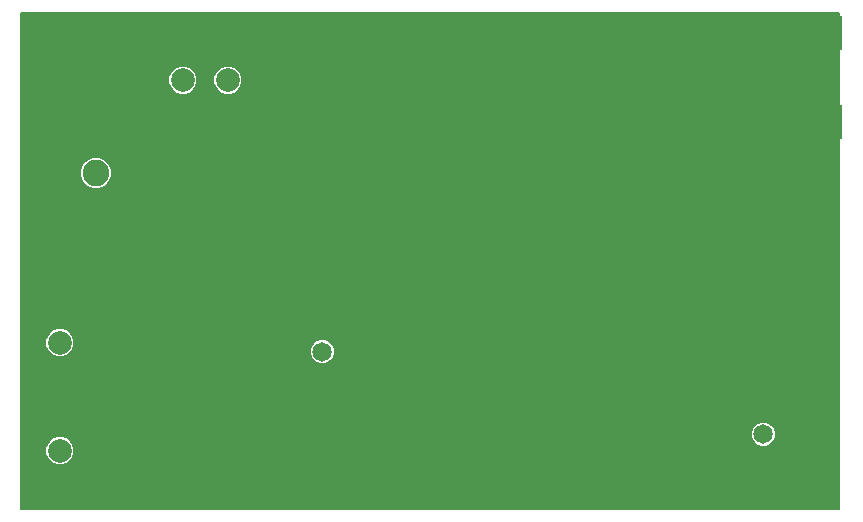
<source format=gbl>
G04 #@! TF.GenerationSoftware,KiCad,Pcbnew,5.0.2-bee76a0~70~ubuntu16.04.1*
G04 #@! TF.CreationDate,2019-02-24T18:58:32-05:00*
G04 #@! TF.ProjectId,chain_v03,63686169-6e5f-4763-9033-2e6b69636164,rev?*
G04 #@! TF.SameCoordinates,Original*
G04 #@! TF.FileFunction,Copper,L2,Bot*
G04 #@! TF.FilePolarity,Positive*
%FSLAX46Y46*%
G04 Gerber Fmt 4.6, Leading zero omitted, Abs format (unit mm)*
G04 Created by KiCad (PCBNEW 5.0.2-bee76a0~70~ubuntu16.04.1) date Sun 24 Feb 2019 06:58:32 PM EST*
%MOMM*%
%LPD*%
G01*
G04 APERTURE LIST*
G04 #@! TA.AperFunction,SMDPad,CuDef*
%ADD10R,5.000000X3.000000*%
G04 #@! TD*
G04 #@! TA.AperFunction,ComponentPad*
%ADD11C,0.600000*%
G04 #@! TD*
G04 #@! TA.AperFunction,ComponentPad*
%ADD12C,1.650000*%
G04 #@! TD*
G04 #@! TA.AperFunction,ComponentPad*
%ADD13C,2.400000*%
G04 #@! TD*
G04 #@! TA.AperFunction,ComponentPad*
%ADD14C,2.250000*%
G04 #@! TD*
G04 #@! TA.AperFunction,ComponentPad*
%ADD15C,1.998980*%
G04 #@! TD*
G04 #@! TA.AperFunction,ViaPad*
%ADD16C,0.685800*%
G04 #@! TD*
G04 #@! TA.AperFunction,Conductor*
%ADD17C,0.457200*%
G04 #@! TD*
G04 #@! TA.AperFunction,Conductor*
%ADD18C,0.152400*%
G04 #@! TD*
G04 APERTURE END LIST*
D10*
G04 #@! TO.P,LO1 Test,4*
G04 #@! TO.N,GND*
X107950000Y-66735000D03*
G04 #@! TO.P,LO1 Test,5*
X107950000Y-74235000D03*
G04 #@! TD*
D11*
G04 #@! TO.P,U12,S2*
G04 #@! TO.N,GND*
X75057000Y-93726000D03*
G04 #@! TO.P,U12,S1*
X75057000Y-94876000D03*
G04 #@! TO.P,U12,S3*
X75057000Y-92576000D03*
G04 #@! TD*
D12*
G04 #@! TO.P,J7,1*
G04 #@! TO.N,Net-(J7-Pad1)*
X103759000Y-100711000D03*
D13*
G04 #@! TO.P,J7,2*
G04 #@! TO.N,GND*
X100629000Y-97581000D03*
G04 #@! TO.P,J7,3*
X106889000Y-97581000D03*
G04 #@! TO.P,J7,4*
X106889000Y-103841000D03*
G04 #@! TO.P,J7,5*
X100629000Y-103841000D03*
G04 #@! TD*
G04 #@! TO.P,J11,5*
G04 #@! TO.N,GND*
X63291000Y-96856000D03*
G04 #@! TO.P,J11,4*
X69551000Y-96856000D03*
G04 #@! TO.P,J11,3*
X69551000Y-90596000D03*
G04 #@! TO.P,J11,2*
X63291000Y-90596000D03*
D12*
G04 #@! TO.P,J11,1*
G04 #@! TO.N,Net-(J11-Pad1)*
X66421000Y-93726000D03*
G04 #@! TD*
D14*
G04 #@! TO.P,U14,1*
G04 #@! TO.N,Net-(U14-Pad1)*
X47244000Y-78613000D03*
D13*
G04 #@! TO.P,U14,2*
G04 #@! TO.N,GND*
X49784000Y-76073000D03*
G04 #@! TO.P,U14,3*
X49784000Y-81153000D03*
G04 #@! TO.P,U14,5*
X44704000Y-81153000D03*
G04 #@! TO.P,U14,4*
X44704000Y-76073000D03*
G04 #@! TD*
D15*
G04 #@! TO.P,V2,1*
G04 #@! TO.N,Net-(J2-Pad1)*
X54610000Y-70739000D03*
G04 #@! TD*
G04 #@! TO.P,V1,1*
G04 #@! TO.N,Net-(J3-Pad1)*
X58420000Y-70739000D03*
G04 #@! TD*
G04 #@! TO.P,Vctrl,1*
G04 #@! TO.N,Net-(J5-Pad1)*
X44196000Y-102108000D03*
G04 #@! TD*
G04 #@! TO.P,Vin,1*
G04 #@! TO.N,Net-(C19-Pad2)*
X44196000Y-92964000D03*
G04 #@! TD*
G04 #@! TO.P,GND,1*
G04 #@! TO.N,GND*
X44196000Y-97536000D03*
G04 #@! TD*
D16*
G04 #@! TO.N,GND*
X109220000Y-73660000D03*
X106680000Y-74930000D03*
X106680000Y-66040000D03*
X109347000Y-67437000D03*
X108077000Y-67437000D03*
X106680000Y-67437000D03*
X106680000Y-73660000D03*
X107950000Y-73660000D03*
X92075000Y-80772000D03*
X93345000Y-80772000D03*
X93345000Y-79502000D03*
X92075000Y-79502000D03*
X92049600Y-94335600D03*
X93345000Y-94361000D03*
X93268800Y-93116400D03*
X92049600Y-93116400D03*
X92049600Y-94335600D03*
X92049600Y-94335600D03*
X60452000Y-100838000D03*
X61468000Y-101092000D03*
X62484000Y-101092000D03*
X63500000Y-101092000D03*
X64516000Y-101092000D03*
X65532000Y-101092000D03*
X66548000Y-101092000D03*
X67564000Y-101092000D03*
X68580000Y-101092000D03*
X69596000Y-101092000D03*
X70612000Y-101092000D03*
X71628000Y-101092000D03*
X72644000Y-101092000D03*
X73660000Y-101092000D03*
X74676000Y-101092000D03*
X75692000Y-101092000D03*
X76708000Y-101092000D03*
X77724000Y-101092000D03*
X78740000Y-101092000D03*
X79756000Y-101092000D03*
X80772000Y-101092000D03*
X81788000Y-101092000D03*
X82804000Y-101092000D03*
X83820000Y-101092000D03*
X84836000Y-101092000D03*
X85852000Y-101092000D03*
X87884000Y-101092000D03*
X88900000Y-101092000D03*
X89916000Y-100838000D03*
X90678000Y-100076000D03*
X91694000Y-99060000D03*
X91948000Y-98298000D03*
X92964000Y-101092000D03*
X93472000Y-100330000D03*
X93980000Y-99568000D03*
X94284800Y-98602800D03*
X94284800Y-97637600D03*
X93980000Y-96774000D03*
X91186000Y-96520000D03*
X88646000Y-95250000D03*
X88392000Y-96266000D03*
X88392000Y-97282000D03*
X86360000Y-98552000D03*
X87630000Y-99822000D03*
X89001600Y-98552000D03*
X89916000Y-92202000D03*
X89154000Y-91440000D03*
X88646000Y-93218000D03*
X87884000Y-92456000D03*
X86868000Y-92456000D03*
X87630000Y-93472000D03*
X86868000Y-93980000D03*
X85598000Y-93980000D03*
X85598000Y-93218000D03*
X83820000Y-92964000D03*
X83820000Y-93980000D03*
X84074000Y-91440000D03*
X83058000Y-91440000D03*
X84582000Y-90678000D03*
X85344000Y-89916000D03*
X86360000Y-89916000D03*
X86868000Y-90678000D03*
X85852000Y-90932000D03*
X101854000Y-93218000D03*
X101092000Y-93980000D03*
X100076000Y-94488000D03*
X100330000Y-91440000D03*
X99568000Y-92202000D03*
X102616000Y-93726000D03*
X102616000Y-94742000D03*
X102616000Y-95758000D03*
X102616000Y-96774000D03*
X102616000Y-97790000D03*
X102616000Y-98806000D03*
X94234000Y-101092000D03*
X95250000Y-101092000D03*
X96266000Y-101092000D03*
X97282000Y-100838000D03*
X98044000Y-100076000D03*
X99060000Y-99568000D03*
X100076000Y-99568000D03*
X101346000Y-99568000D03*
X102362000Y-99568000D03*
X57912000Y-101600000D03*
X58420000Y-102362000D03*
X59182000Y-103124000D03*
X60198000Y-103378000D03*
X61214000Y-103378000D03*
X62230000Y-103378000D03*
X63246000Y-103378000D03*
X64262000Y-103378000D03*
X65278000Y-103378000D03*
X66294000Y-103378000D03*
X67310000Y-103378000D03*
X68326000Y-103378000D03*
X69342000Y-103378000D03*
X70358000Y-103378000D03*
X71374000Y-103378000D03*
X72390000Y-103378000D03*
X73406000Y-103378000D03*
X74422000Y-103378000D03*
X75438000Y-103378000D03*
X76454000Y-103378000D03*
X77470000Y-103378000D03*
X78486000Y-103378000D03*
X79502000Y-103378000D03*
X80518000Y-103378000D03*
X81534000Y-103378000D03*
X82550000Y-103378000D03*
X83566000Y-103378000D03*
X84582000Y-103378000D03*
X85598000Y-103378000D03*
X86614000Y-103378000D03*
X87630000Y-103378000D03*
X88646000Y-103378000D03*
X89662000Y-103378000D03*
X90678000Y-103378000D03*
X91694000Y-103378000D03*
X92710000Y-103378000D03*
X93726000Y-103378000D03*
X94742000Y-103378000D03*
X95758000Y-103378000D03*
X96774000Y-103378000D03*
X97790000Y-103378000D03*
X98552000Y-102870000D03*
X99314000Y-102108000D03*
X100330000Y-101854000D03*
X101346000Y-101854000D03*
X102616000Y-101854000D03*
X104648000Y-99568000D03*
X104648000Y-98552000D03*
X104648000Y-97536000D03*
X104648000Y-96520000D03*
X104648000Y-95504000D03*
X104648000Y-94488000D03*
X104648000Y-93472000D03*
X104902000Y-92456000D03*
X104902000Y-91440000D03*
X104902000Y-90424000D03*
X104902000Y-89408000D03*
X104902000Y-88392000D03*
X104902000Y-87376000D03*
X105156000Y-86360000D03*
X105410000Y-85344000D03*
X104902000Y-84328000D03*
X104902000Y-83312000D03*
X104902000Y-82296000D03*
X105105200Y-81330800D03*
X104648000Y-80264000D03*
X103886000Y-79502000D03*
X103124000Y-78994000D03*
X102108000Y-78994000D03*
X101092000Y-78994000D03*
X100584000Y-78232000D03*
X99872800Y-77165200D03*
X98755200Y-76809600D03*
X97790000Y-76454000D03*
X96520000Y-75184000D03*
X97282000Y-78232000D03*
X96520000Y-78994000D03*
X94742000Y-77216000D03*
X93319600Y-76250800D03*
X91440000Y-77216000D03*
X90982800Y-76403200D03*
X91033600Y-75133200D03*
X91186000Y-74168000D03*
X91186000Y-73152000D03*
X93472000Y-73152000D03*
X93472000Y-74168000D03*
X93421200Y-74980800D03*
X102616000Y-89154000D03*
X102616000Y-88138000D03*
X102616000Y-87122000D03*
X102108000Y-86360000D03*
X101854000Y-85344000D03*
X102108000Y-84328000D03*
X102616000Y-83566000D03*
X102616000Y-82550000D03*
X102412800Y-81584800D03*
X101600000Y-81280000D03*
X100584000Y-81280000D03*
X100584000Y-82296000D03*
X99974400Y-83108800D03*
X99822000Y-84074000D03*
X100025200Y-84988400D03*
X100076000Y-86106000D03*
X98806000Y-87122000D03*
X97536000Y-86106000D03*
X97790000Y-84836000D03*
X96774000Y-84836000D03*
X95758000Y-84582000D03*
X95097600Y-83566000D03*
X95504000Y-82550000D03*
X85090000Y-87223600D03*
X83972400Y-87833200D03*
X86055200Y-87731600D03*
X83820000Y-89154000D03*
X82804000Y-89408000D03*
X82804000Y-93218000D03*
X81788000Y-93726000D03*
X81026000Y-94488000D03*
X80010000Y-94742000D03*
X78994000Y-94742000D03*
X77978000Y-94742000D03*
X76962000Y-94742000D03*
X76708000Y-92710000D03*
X77724000Y-92710000D03*
X78740000Y-92608400D03*
X79756000Y-92456000D03*
X80772000Y-91694000D03*
X80772000Y-90678000D03*
X80772000Y-89408000D03*
X81788000Y-89154000D03*
X92710000Y-85852000D03*
X93980000Y-84836000D03*
X91440000Y-85090000D03*
X90220800Y-82753200D03*
X87630000Y-83566000D03*
X88138000Y-84836000D03*
X85344000Y-84734400D03*
X86360000Y-83820000D03*
X83921600Y-83210400D03*
X80264000Y-80264000D03*
X78994000Y-81280000D03*
X76454000Y-81280000D03*
X75184000Y-80264000D03*
X75184000Y-77978000D03*
X76708000Y-76962000D03*
X78994000Y-76962000D03*
X81280000Y-74930000D03*
X80010000Y-76962000D03*
X78994000Y-75184000D03*
X80010000Y-73152000D03*
X91186000Y-72136000D03*
X93472000Y-72136000D03*
X91186000Y-71120000D03*
X90424000Y-70612000D03*
X89662000Y-69850000D03*
X89154000Y-69088000D03*
X88392000Y-68580000D03*
X87376000Y-68326000D03*
X86360000Y-68326000D03*
X85344000Y-68326000D03*
X84328000Y-68326000D03*
X83312000Y-68326000D03*
X82296000Y-68326000D03*
X81280000Y-68326000D03*
X81280000Y-66040000D03*
X82296000Y-66040000D03*
X83312000Y-66040000D03*
X84328000Y-66040000D03*
X85344000Y-66040000D03*
X86360000Y-66040000D03*
X87376000Y-66040000D03*
X88392000Y-66040000D03*
X89408000Y-66294000D03*
X90170000Y-67056000D03*
X90932000Y-67818000D03*
X91694000Y-68580000D03*
X92456000Y-69088000D03*
X93472000Y-69088000D03*
X94488000Y-69088000D03*
X95504000Y-69342000D03*
X96520000Y-69342000D03*
X97536000Y-69342000D03*
X98552000Y-69342000D03*
X99568000Y-69342000D03*
X100584000Y-69342000D03*
X101600000Y-69342000D03*
X102616000Y-69342000D03*
X103632000Y-69342000D03*
X104648000Y-69342000D03*
X104648000Y-71628000D03*
X103632000Y-71628000D03*
X102362000Y-71628000D03*
X101346000Y-71628000D03*
X100330000Y-71628000D03*
X99314000Y-71628000D03*
X98298000Y-71628000D03*
X97282000Y-71628000D03*
X96266000Y-71628000D03*
X95250000Y-71628000D03*
X94234000Y-71628000D03*
X107950000Y-74930000D03*
X104902000Y-73406000D03*
X104902000Y-67564000D03*
X109347000Y-66040000D03*
X89916000Y-78486000D03*
X87884000Y-78232000D03*
X85344000Y-80264000D03*
X81534000Y-80264000D03*
X84836000Y-81280000D03*
X84074000Y-82042000D03*
X86868000Y-77774800D03*
X85852000Y-77978000D03*
X84836000Y-77978000D03*
X81788000Y-77978000D03*
X80772000Y-77978000D03*
X71120000Y-80264000D03*
X71120000Y-77978000D03*
X70104000Y-77978000D03*
X69088000Y-77825600D03*
X68072000Y-78232000D03*
X67310000Y-77978000D03*
X68580000Y-80772000D03*
X64008000Y-81026000D03*
X65278000Y-81280000D03*
X66548000Y-81280000D03*
X62992000Y-78232000D03*
X60706000Y-80264000D03*
X60960000Y-81280000D03*
X60198000Y-81788000D03*
X61214000Y-84074000D03*
X62230000Y-84074000D03*
X63246000Y-83820000D03*
X61976000Y-77978000D03*
X60960000Y-77978000D03*
X59944000Y-77978000D03*
X58928000Y-77978000D03*
X57912000Y-77978000D03*
X56896000Y-77978000D03*
X56642000Y-80264000D03*
X57658000Y-80264000D03*
X58674000Y-80264000D03*
X59690000Y-80264000D03*
X54864000Y-80518000D03*
X52832000Y-77470000D03*
X51816000Y-77470000D03*
X52832000Y-79756000D03*
X51816000Y-79756000D03*
X48514000Y-100076000D03*
X50292000Y-99060000D03*
X48768000Y-98806000D03*
X43942000Y-86868000D03*
X43180000Y-85852000D03*
X43180000Y-84836000D03*
X46228000Y-86868000D03*
X54102000Y-89154000D03*
X53086000Y-87884000D03*
X53086000Y-90170000D03*
X69088000Y-83058000D03*
X67818000Y-84074000D03*
X54102000Y-84582000D03*
X53086000Y-83566000D03*
X54102000Y-83566000D03*
X87884000Y-76454000D03*
X88900000Y-75438000D03*
X89916000Y-76454000D03*
X97231200Y-88798400D03*
X95859600Y-87985600D03*
X94538800Y-88849200D03*
X90424000Y-89916000D03*
X90932000Y-91186000D03*
X90678000Y-88900000D03*
X95656400Y-95402400D03*
X97536000Y-96520000D03*
X97028000Y-97282000D03*
X99568000Y-95504000D03*
X98552000Y-96520000D03*
X96774000Y-92456000D03*
X97536000Y-89916000D03*
X94996000Y-90678000D03*
X94996000Y-91694000D03*
X78994000Y-90170000D03*
X77774800Y-91287600D03*
X78994000Y-89154000D03*
X81280000Y-87884000D03*
X82600800Y-86918800D03*
X79908400Y-87020400D03*
X73914000Y-87172800D03*
X75641200Y-87985600D03*
X76200000Y-86868000D03*
X58674000Y-83820000D03*
X64516000Y-70612000D03*
X65532000Y-70612000D03*
X66548000Y-70612000D03*
X67564000Y-70612000D03*
X67056000Y-71374000D03*
X66294000Y-71882000D03*
X65532000Y-72390000D03*
X65532000Y-73406000D03*
X64770000Y-72898000D03*
X67056000Y-74422000D03*
X66294000Y-73914000D03*
X67564000Y-75184000D03*
X66548000Y-75184000D03*
X65532000Y-75184000D03*
X64516000Y-75184000D03*
X84582000Y-71882000D03*
X86106000Y-71882000D03*
X84582000Y-73406000D03*
X86106000Y-73406000D03*
X100838000Y-74676000D03*
X107696000Y-78486000D03*
X107950000Y-84328000D03*
X109220000Y-90805000D03*
X109220000Y-100965000D03*
X93421200Y-106045000D03*
X87122000Y-106045000D03*
X78740000Y-106045000D03*
X71628000Y-106045000D03*
X64516000Y-106045000D03*
X57912000Y-106045000D03*
X51435000Y-106045000D03*
X45085000Y-106045000D03*
X75692000Y-98298000D03*
X79756000Y-98552000D03*
X83312000Y-98044000D03*
X66040000Y-87884000D03*
X69850000Y-86868000D03*
X73406000Y-83058000D03*
X76708000Y-82804000D03*
X81026000Y-82296000D03*
X77978000Y-71120000D03*
X73914000Y-71374000D03*
X70866000Y-72136000D03*
X60706000Y-73914000D03*
X44450000Y-67056000D03*
X48514000Y-72644000D03*
X50546000Y-71120000D03*
X58420000Y-87884000D03*
X56134000Y-90424000D03*
X47498000Y-90170000D03*
X50292000Y-90424000D03*
X46482000Y-95250000D03*
X48006000Y-97028000D03*
X46228000Y-100076000D03*
X42164000Y-100330000D03*
X42164000Y-95758000D03*
X41910000Y-90932000D03*
X66294000Y-99314000D03*
X73855580Y-92618560D03*
X74015600Y-94909640D03*
X72925940Y-94932500D03*
X72788780Y-92618560D03*
X71721980Y-92595700D03*
X70678040Y-92572840D03*
X69522340Y-92572840D03*
X68409820Y-92572840D03*
X71790560Y-94955360D03*
X70792340Y-95021400D03*
X69634100Y-94932500D03*
X68546980Y-94932500D03*
X67591940Y-95044260D03*
X67343020Y-92458540D03*
X41910000Y-66040000D03*
X41910000Y-67310000D03*
X41910000Y-68580000D03*
X41910000Y-69850000D03*
X41910000Y-71120000D03*
X41910000Y-72390000D03*
X41910000Y-84455000D03*
X41910000Y-85725000D03*
X41910000Y-86995000D03*
X41910000Y-88265000D03*
X41910000Y-89535000D03*
X41910000Y-92075000D03*
X41910000Y-93345000D03*
X41910000Y-94615000D03*
X41910000Y-97155000D03*
X41910000Y-98425000D03*
X41910000Y-101600000D03*
X41910000Y-102870000D03*
X41910000Y-104140000D03*
X41910000Y-105410000D03*
X42545000Y-106045000D03*
X43815000Y-106045000D03*
X46355000Y-106045000D03*
X46355000Y-106045000D03*
X46355000Y-106045000D03*
X47625000Y-106045000D03*
X48895000Y-106045000D03*
X50165000Y-106045000D03*
X52705000Y-106045000D03*
X53975000Y-106045000D03*
X55245000Y-106045000D03*
X56515000Y-106045000D03*
X59055000Y-106045000D03*
X60325000Y-106045000D03*
X61595000Y-106045000D03*
X62865000Y-106045000D03*
X66040000Y-106045000D03*
X67310000Y-106045000D03*
X68580000Y-106045000D03*
X69850000Y-106045000D03*
X73025000Y-106045000D03*
X74295000Y-106045000D03*
X75565000Y-106045000D03*
X76835000Y-106045000D03*
X80010000Y-106045000D03*
X81280000Y-106045000D03*
X82550000Y-106045000D03*
X83820000Y-106045000D03*
X85090000Y-106045000D03*
X88900000Y-106045000D03*
X90170000Y-106045000D03*
X92075000Y-106045000D03*
X94615000Y-106045000D03*
X95885000Y-106045000D03*
X97155000Y-106045000D03*
X98425000Y-106045000D03*
X100330000Y-106045000D03*
X102235000Y-106045000D03*
X103505000Y-106045000D03*
X105410000Y-106045000D03*
X107315000Y-106045000D03*
X108585000Y-106045000D03*
X109220000Y-103505000D03*
X109220000Y-102235000D03*
X109220000Y-99695000D03*
X109220000Y-98425000D03*
X109220000Y-97155000D03*
X109220000Y-95885000D03*
X109220000Y-94615000D03*
X109220000Y-93345000D03*
X109220000Y-92075000D03*
X109220000Y-89535000D03*
X107315000Y-88265000D03*
X109220000Y-87630000D03*
X109220000Y-86360000D03*
X109220000Y-86360000D03*
X109220000Y-86360000D03*
X109220000Y-83820000D03*
X109220000Y-85090000D03*
X109220000Y-82550000D03*
X109220000Y-81280000D03*
X109220000Y-80010000D03*
X109220000Y-78740000D03*
X109220000Y-77470000D03*
X109220000Y-76200000D03*
X109220000Y-74930000D03*
X102743000Y-73660000D03*
X101854000Y-75692000D03*
X108077000Y-66040000D03*
X104902000Y-66040000D03*
X103505000Y-66040000D03*
X102235000Y-66040000D03*
X100965000Y-66040000D03*
X99695000Y-66040000D03*
X98425000Y-66040000D03*
X96520000Y-66040000D03*
X94615000Y-66040000D03*
X93345000Y-66040000D03*
X91440000Y-66040000D03*
X59690000Y-74930000D03*
X61595000Y-74930000D03*
X43180000Y-66040000D03*
X44450000Y-66040000D03*
X45720000Y-66040000D03*
X46990000Y-66040000D03*
X48260000Y-66040000D03*
X50800000Y-73025000D03*
X71120000Y-74930000D03*
X71120000Y-69850000D03*
X62230000Y-70485000D03*
X56515000Y-82550000D03*
X53340000Y-81915000D03*
X56515000Y-88265000D03*
X54610000Y-92075000D03*
X60960000Y-92710000D03*
X55880000Y-103505000D03*
X107315000Y-92710000D03*
X105410000Y-76835000D03*
X103505000Y-75565000D03*
X98425000Y-73660000D03*
X107315000Y-81280000D03*
X107315000Y-90170000D03*
X97282000Y-82296000D03*
X98044000Y-83058000D03*
X97282000Y-81280000D03*
X98298000Y-81280000D03*
X86995000Y-100965000D03*
G04 #@! TD*
D17*
G04 #@! TO.N,GND*
X69551000Y-90596000D02*
X69551000Y-90469000D01*
G04 #@! TD*
D18*
G04 #@! TO.N,GND*
G36*
X110186401Y-107011400D02*
X40943600Y-107011400D01*
X40943600Y-101863718D01*
X42967910Y-101863718D01*
X42967910Y-102352282D01*
X43154875Y-102803657D01*
X43500343Y-103149125D01*
X43951718Y-103336090D01*
X44440282Y-103336090D01*
X44891657Y-103149125D01*
X45237125Y-102803657D01*
X45424090Y-102352282D01*
X45424090Y-101863718D01*
X45237125Y-101412343D01*
X44891657Y-101066875D01*
X44440282Y-100879910D01*
X43951718Y-100879910D01*
X43500343Y-101066875D01*
X43154875Y-101412343D01*
X42967910Y-101863718D01*
X40943600Y-101863718D01*
X40943600Y-100501426D01*
X102705400Y-100501426D01*
X102705400Y-100920574D01*
X102865801Y-101307816D01*
X103162184Y-101604199D01*
X103549426Y-101764600D01*
X103968574Y-101764600D01*
X104355816Y-101604199D01*
X104652199Y-101307816D01*
X104812600Y-100920574D01*
X104812600Y-100501426D01*
X104652199Y-100114184D01*
X104355816Y-99817801D01*
X103968574Y-99657400D01*
X103549426Y-99657400D01*
X103162184Y-99817801D01*
X102865801Y-100114184D01*
X102705400Y-100501426D01*
X40943600Y-100501426D01*
X40943600Y-92719718D01*
X42967910Y-92719718D01*
X42967910Y-93208282D01*
X43154875Y-93659657D01*
X43500343Y-94005125D01*
X43951718Y-94192090D01*
X44440282Y-94192090D01*
X44891657Y-94005125D01*
X45237125Y-93659657D01*
X45296453Y-93516426D01*
X65367400Y-93516426D01*
X65367400Y-93935574D01*
X65527801Y-94322816D01*
X65824184Y-94619199D01*
X66211426Y-94779600D01*
X66630574Y-94779600D01*
X67017816Y-94619199D01*
X67314199Y-94322816D01*
X67474600Y-93935574D01*
X67474600Y-93516426D01*
X67314199Y-93129184D01*
X67017816Y-92832801D01*
X66630574Y-92672400D01*
X66211426Y-92672400D01*
X65824184Y-92832801D01*
X65527801Y-93129184D01*
X65367400Y-93516426D01*
X45296453Y-93516426D01*
X45424090Y-93208282D01*
X45424090Y-92719718D01*
X45237125Y-92268343D01*
X44891657Y-91922875D01*
X44440282Y-91735910D01*
X43951718Y-91735910D01*
X43500343Y-91922875D01*
X43154875Y-92268343D01*
X42967910Y-92719718D01*
X40943600Y-92719718D01*
X40943600Y-78343752D01*
X45890400Y-78343752D01*
X45890400Y-78882248D01*
X46096473Y-79379753D01*
X46477247Y-79760527D01*
X46974752Y-79966600D01*
X47513248Y-79966600D01*
X48010753Y-79760527D01*
X48391527Y-79379753D01*
X48597600Y-78882248D01*
X48597600Y-78343752D01*
X48391527Y-77846247D01*
X48010753Y-77465473D01*
X47513248Y-77259400D01*
X46974752Y-77259400D01*
X46477247Y-77465473D01*
X46096473Y-77846247D01*
X45890400Y-78343752D01*
X40943600Y-78343752D01*
X40943600Y-70494718D01*
X53381910Y-70494718D01*
X53381910Y-70983282D01*
X53568875Y-71434657D01*
X53914343Y-71780125D01*
X54365718Y-71967090D01*
X54854282Y-71967090D01*
X55305657Y-71780125D01*
X55651125Y-71434657D01*
X55838090Y-70983282D01*
X55838090Y-70494718D01*
X57191910Y-70494718D01*
X57191910Y-70983282D01*
X57378875Y-71434657D01*
X57724343Y-71780125D01*
X58175718Y-71967090D01*
X58664282Y-71967090D01*
X59115657Y-71780125D01*
X59461125Y-71434657D01*
X59648090Y-70983282D01*
X59648090Y-70494718D01*
X59461125Y-70043343D01*
X59115657Y-69697875D01*
X58664282Y-69510910D01*
X58175718Y-69510910D01*
X57724343Y-69697875D01*
X57378875Y-70043343D01*
X57191910Y-70494718D01*
X55838090Y-70494718D01*
X55651125Y-70043343D01*
X55305657Y-69697875D01*
X54854282Y-69510910D01*
X54365718Y-69510910D01*
X53914343Y-69697875D01*
X53568875Y-70043343D01*
X53381910Y-70494718D01*
X40943600Y-70494718D01*
X40943600Y-65073600D01*
X110186400Y-65073600D01*
X110186401Y-107011400D01*
X110186401Y-107011400D01*
G37*
X110186401Y-107011400D02*
X40943600Y-107011400D01*
X40943600Y-101863718D01*
X42967910Y-101863718D01*
X42967910Y-102352282D01*
X43154875Y-102803657D01*
X43500343Y-103149125D01*
X43951718Y-103336090D01*
X44440282Y-103336090D01*
X44891657Y-103149125D01*
X45237125Y-102803657D01*
X45424090Y-102352282D01*
X45424090Y-101863718D01*
X45237125Y-101412343D01*
X44891657Y-101066875D01*
X44440282Y-100879910D01*
X43951718Y-100879910D01*
X43500343Y-101066875D01*
X43154875Y-101412343D01*
X42967910Y-101863718D01*
X40943600Y-101863718D01*
X40943600Y-100501426D01*
X102705400Y-100501426D01*
X102705400Y-100920574D01*
X102865801Y-101307816D01*
X103162184Y-101604199D01*
X103549426Y-101764600D01*
X103968574Y-101764600D01*
X104355816Y-101604199D01*
X104652199Y-101307816D01*
X104812600Y-100920574D01*
X104812600Y-100501426D01*
X104652199Y-100114184D01*
X104355816Y-99817801D01*
X103968574Y-99657400D01*
X103549426Y-99657400D01*
X103162184Y-99817801D01*
X102865801Y-100114184D01*
X102705400Y-100501426D01*
X40943600Y-100501426D01*
X40943600Y-92719718D01*
X42967910Y-92719718D01*
X42967910Y-93208282D01*
X43154875Y-93659657D01*
X43500343Y-94005125D01*
X43951718Y-94192090D01*
X44440282Y-94192090D01*
X44891657Y-94005125D01*
X45237125Y-93659657D01*
X45296453Y-93516426D01*
X65367400Y-93516426D01*
X65367400Y-93935574D01*
X65527801Y-94322816D01*
X65824184Y-94619199D01*
X66211426Y-94779600D01*
X66630574Y-94779600D01*
X67017816Y-94619199D01*
X67314199Y-94322816D01*
X67474600Y-93935574D01*
X67474600Y-93516426D01*
X67314199Y-93129184D01*
X67017816Y-92832801D01*
X66630574Y-92672400D01*
X66211426Y-92672400D01*
X65824184Y-92832801D01*
X65527801Y-93129184D01*
X65367400Y-93516426D01*
X45296453Y-93516426D01*
X45424090Y-93208282D01*
X45424090Y-92719718D01*
X45237125Y-92268343D01*
X44891657Y-91922875D01*
X44440282Y-91735910D01*
X43951718Y-91735910D01*
X43500343Y-91922875D01*
X43154875Y-92268343D01*
X42967910Y-92719718D01*
X40943600Y-92719718D01*
X40943600Y-78343752D01*
X45890400Y-78343752D01*
X45890400Y-78882248D01*
X46096473Y-79379753D01*
X46477247Y-79760527D01*
X46974752Y-79966600D01*
X47513248Y-79966600D01*
X48010753Y-79760527D01*
X48391527Y-79379753D01*
X48597600Y-78882248D01*
X48597600Y-78343752D01*
X48391527Y-77846247D01*
X48010753Y-77465473D01*
X47513248Y-77259400D01*
X46974752Y-77259400D01*
X46477247Y-77465473D01*
X46096473Y-77846247D01*
X45890400Y-78343752D01*
X40943600Y-78343752D01*
X40943600Y-70494718D01*
X53381910Y-70494718D01*
X53381910Y-70983282D01*
X53568875Y-71434657D01*
X53914343Y-71780125D01*
X54365718Y-71967090D01*
X54854282Y-71967090D01*
X55305657Y-71780125D01*
X55651125Y-71434657D01*
X55838090Y-70983282D01*
X55838090Y-70494718D01*
X57191910Y-70494718D01*
X57191910Y-70983282D01*
X57378875Y-71434657D01*
X57724343Y-71780125D01*
X58175718Y-71967090D01*
X58664282Y-71967090D01*
X59115657Y-71780125D01*
X59461125Y-71434657D01*
X59648090Y-70983282D01*
X59648090Y-70494718D01*
X59461125Y-70043343D01*
X59115657Y-69697875D01*
X58664282Y-69510910D01*
X58175718Y-69510910D01*
X57724343Y-69697875D01*
X57378875Y-70043343D01*
X57191910Y-70494718D01*
X55838090Y-70494718D01*
X55651125Y-70043343D01*
X55305657Y-69697875D01*
X54854282Y-69510910D01*
X54365718Y-69510910D01*
X53914343Y-69697875D01*
X53568875Y-70043343D01*
X53381910Y-70494718D01*
X40943600Y-70494718D01*
X40943600Y-65073600D01*
X110186400Y-65073600D01*
X110186401Y-107011400D01*
G04 #@! TD*
M02*

</source>
